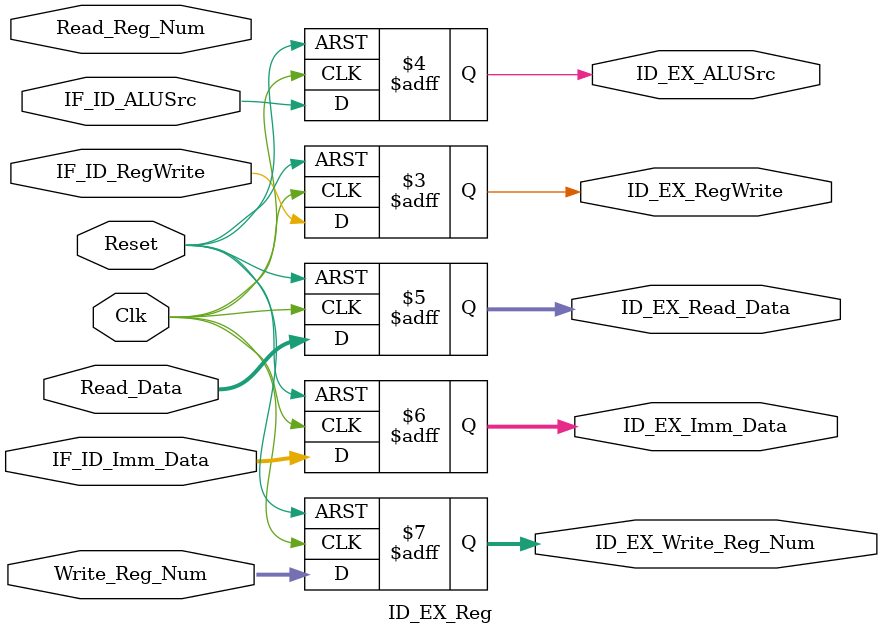
<source format=v>
`timescale 1ns / 1ps
module ID_EX_Reg(
	input Clk, 
	input Reset, 
	input IF_ID_RegWrite, 
	input IF_ID_ALUSrc, 
	input [7:0] Read_Data, 
	input [7:0] IF_ID_Imm_Data, 
	input [2:0] Read_Reg_Num, 
	input [2:0] Write_Reg_Num,
	
	output reg ID_EX_RegWrite, 
	output reg ID_EX_ALUSrc, 
	output reg [7:0] ID_EX_Read_Data, 
	output reg [7:0] ID_EX_Imm_Data, 
	output reg [2:0] ID_EX_Write_Reg_Num
    );
	 
	 always @(posedge Clk, posedge Reset)
	 begin
		if(Reset == 1)
		begin
			ID_EX_RegWrite <=0;
			ID_EX_ALUSrc <=0;
			ID_EX_Read_Data <=0; 
			ID_EX_Imm_Data <=0;
			ID_EX_Write_Reg_Num <=0;
		end
		
		else
		begin
			ID_EX_RegWrite <= IF_ID_RegWrite;
			ID_EX_ALUSrc <= IF_ID_ALUSrc;
			ID_EX_Read_Data <= Read_Data; 
			ID_EX_Imm_Data <= IF_ID_Imm_Data;
			ID_EX_Write_Reg_Num <= Write_Reg_Num;
		end
	 end


endmodule

</source>
